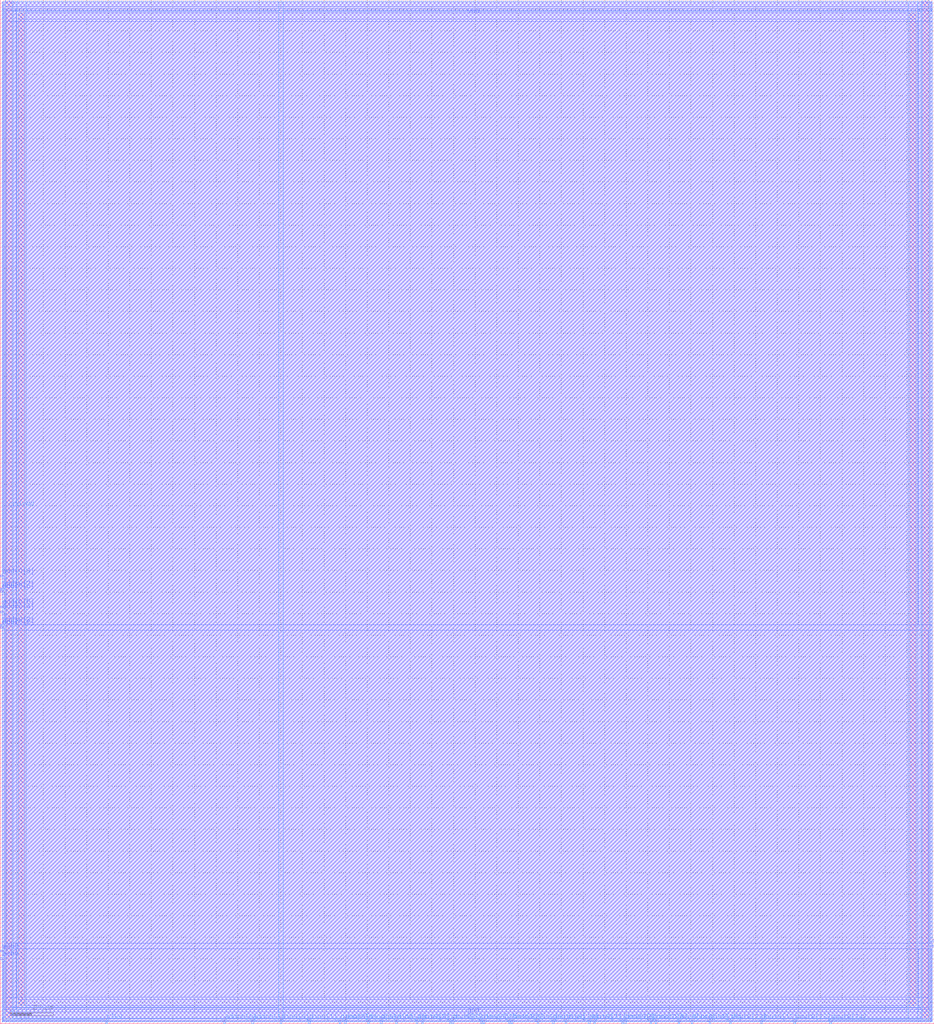
<source format=lef>
VERSION 5.4 ;
NAMESCASESENSITIVE ON ;
BUSBITCHARS "[]" ;
DIVIDERCHAR "/" ;
UNITS
  DATABASE MICRONS 2000 ;
END UNITS
MACRO conv2_rm_sram_16_288_sky130A
   CLASS BLOCK ;
   SIZE 432.71 BY 474.36 ;
   SYMMETRY X Y R90 ;
   PIN din0[0]
      DIRECTION INPUT ;
      PORT
         LAYER m4 ;
         RECT  129.71 0.0 130.45 1.93 ;
      END
   END din0[0]
   PIN din0[1]
      DIRECTION INPUT ;
      PORT
         LAYER m4 ;
         RECT  142.8 0.0 143.54 1.93 ;
      END
   END din0[1]
   PIN din0[2]
      DIRECTION INPUT ;
      PORT
         LAYER m4 ;
         RECT  157.08 0.0 157.82 1.93 ;
      END
   END din0[2]
   PIN din0[3]
      DIRECTION INPUT ;
      PORT
         LAYER m4 ;
         RECT  170.17 0.0 170.91 1.93 ;
      END
   END din0[3]
   PIN din0[4]
      DIRECTION INPUT ;
      PORT
         LAYER m4 ;
         RECT  183.26 0.0 184.0 1.93 ;
      END
   END din0[4]
   PIN din0[5]
      DIRECTION INPUT ;
      PORT
         LAYER m4 ;
         RECT  195.16 0.0 195.9 1.93 ;
      END
   END din0[5]
   PIN din0[6]
      DIRECTION INPUT ;
      PORT
         LAYER m4 ;
         RECT  209.44 0.0 210.18 1.93 ;
      END
   END din0[6]
   PIN din0[7]
      DIRECTION INPUT ;
      PORT
         LAYER m4 ;
         RECT  222.53 0.0 223.27 1.93 ;
      END
   END din0[7]
   PIN din0[8]
      DIRECTION INPUT ;
      PORT
         LAYER m4 ;
         RECT  235.62 0.0 236.36 1.93 ;
      END
   END din0[8]
   PIN din0[9]
      DIRECTION INPUT ;
      PORT
         LAYER m4 ;
         RECT  248.71 0.0 249.45 1.93 ;
      END
   END din0[9]
   PIN din0[10]
      DIRECTION INPUT ;
      PORT
         LAYER m4 ;
         RECT  261.8 0.0 262.54 1.93 ;
      END
   END din0[10]
   PIN din0[11]
      DIRECTION INPUT ;
      PORT
         LAYER m4 ;
         RECT  274.89 0.0 275.63 1.93 ;
      END
   END din0[11]
   PIN din0[12]
      DIRECTION INPUT ;
      PORT
         LAYER m4 ;
         RECT  287.98 0.0 288.72 1.93 ;
      END
   END din0[12]
   PIN din0[13]
      DIRECTION INPUT ;
      PORT
         LAYER m4 ;
         RECT  301.07 0.0 301.81 1.93 ;
      END
   END din0[13]
   PIN din0[14]
      DIRECTION INPUT ;
      PORT
         LAYER m4 ;
         RECT  314.16 0.0 314.9 1.93 ;
      END
   END din0[14]
   PIN din0[15]
      DIRECTION INPUT ;
      PORT
         LAYER m4 ;
         RECT  328.44 0.0 329.18 1.93 ;
      END
   END din0[15]
   PIN addr0[0]
      DIRECTION INPUT ;
      PORT
         LAYER m4 ;
         RECT  103.53 0.0 104.27 1.93 ;
      END
   END addr0[0]
   PIN addr0[1]
      DIRECTION INPUT ;
      PORT
         LAYER m4 ;
         RECT  116.62 0.0 117.36 1.93 ;
      END
   END addr0[1]
   PIN addr0[2]
      DIRECTION INPUT ;
      PORT
         LAYER m3 ;
         RECT  0.0 183.26 1.93 184.0 ;
      END
   END addr0[2]
   PIN addr0[3]
      DIRECTION INPUT ;
      PORT
         LAYER m3 ;
         RECT  0.0 184.45 1.93 185.19 ;
      END
   END addr0[3]
   PIN addr0[4]
      DIRECTION INPUT ;
      PORT
         LAYER m3 ;
         RECT  0.0 190.4 1.93 191.14 ;
      END
   END addr0[4]
   PIN addr0[5]
      DIRECTION INPUT ;
      PORT
         LAYER m3 ;
         RECT  0.0 192.78 1.93 193.52 ;
      END
   END addr0[5]
   PIN addr0[6]
      DIRECTION INPUT ;
      PORT
         LAYER m3 ;
         RECT  0.0 199.92 1.93 200.66 ;
      END
   END addr0[6]
   PIN addr0[7]
      DIRECTION INPUT ;
      PORT
         LAYER m3 ;
         RECT  0.0 201.11 1.93 201.85 ;
      END
   END addr0[7]
   PIN addr0[8]
      DIRECTION INPUT ;
      PORT
         LAYER m3 ;
         RECT  0.0 207.06 1.93 207.8 ;
      END
   END addr0[8]
   PIN csb0
      DIRECTION INPUT ;
      PORT
         LAYER m3 ;
         RECT  0.0 29.75 1.93 30.49 ;
      END
   END csb0
   PIN web0
      DIRECTION INPUT ;
      PORT
         LAYER m3 ;
         RECT  0.0 33.32 1.93 34.06 ;
      END
   END web0
   PIN clk0
      DIRECTION INPUT ;
      PORT
         LAYER m4 ;
         RECT  48.79 0.0 49.53 1.93 ;
      END
   END clk0
   PIN dout0[0]
      DIRECTION OUTPUT ;
      PORT
         LAYER m4 ;
         RECT  159.46 0.0 160.2 1.93 ;
      END
   END dout0[0]
   PIN dout0[1]
      DIRECTION OUTPUT ;
      PORT
         LAYER m4 ;
         RECT  176.12 0.0 176.86 1.93 ;
      END
   END dout0[1]
   PIN dout0[2]
      DIRECTION OUTPUT ;
      PORT
         LAYER m4 ;
         RECT  192.78 0.0 193.52 1.93 ;
      END
   END dout0[2]
   PIN dout0[3]
      DIRECTION OUTPUT ;
      PORT
         LAYER m4 ;
         RECT  208.25 0.0 208.99 1.93 ;
      END
   END dout0[3]
   PIN dout0[4]
      DIRECTION OUTPUT ;
      PORT
         LAYER m4 ;
         RECT  223.72 0.0 224.46 1.93 ;
      END
   END dout0[4]
   PIN dout0[5]
      DIRECTION OUTPUT ;
      PORT
         LAYER m4 ;
         RECT  236.81 0.0 237.55 1.93 ;
      END
   END dout0[5]
   PIN dout0[6]
      DIRECTION OUTPUT ;
      PORT
         LAYER m4 ;
         RECT  255.85 0.0 256.59 1.93 ;
      END
   END dout0[6]
   PIN dout0[7]
      DIRECTION OUTPUT ;
      PORT
         LAYER m4 ;
         RECT  272.51 0.0 273.25 1.93 ;
      END
   END dout0[7]
   PIN dout0[8]
      DIRECTION OUTPUT ;
      PORT
         LAYER m4 ;
         RECT  289.17 0.0 289.91 1.93 ;
      END
   END dout0[8]
   PIN dout0[9]
      DIRECTION OUTPUT ;
      PORT
         LAYER m4 ;
         RECT  303.45 0.0 304.19 1.93 ;
      END
   END dout0[9]
   PIN dout0[10]
      DIRECTION OUTPUT ;
      PORT
         LAYER m4 ;
         RECT  320.11 0.0 320.85 1.93 ;
      END
   END dout0[10]
   PIN dout0[11]
      DIRECTION OUTPUT ;
      PORT
         LAYER m4 ;
         RECT  337.96 0.0 338.7 1.93 ;
      END
   END dout0[11]
   PIN dout0[12]
      DIRECTION OUTPUT ;
      PORT
         LAYER m4 ;
         RECT  352.24 0.0 352.98 1.93 ;
      END
   END dout0[12]
   PIN dout0[13]
      DIRECTION OUTPUT ;
      PORT
         LAYER m4 ;
         RECT  367.71 0.0 368.45 1.93 ;
      END
   END dout0[13]
   PIN dout0[14]
      DIRECTION OUTPUT ;
      PORT
         LAYER m4 ;
         RECT  384.37 0.0 385.11 1.93 ;
      END
   END dout0[14]
   PIN dout0[15]
      DIRECTION OUTPUT ;
      PORT
         LAYER m3 ;
         RECT  430.78 35.7 432.71 36.44 ;
      END
   END dout0[15]
   PIN vdd
      DIRECTION INOUT ;
      USE POWER ; 
      SHAPE ABUTMENT ; 
      PORT
         LAYER m3 ;
         RECT  8.33 8.33 424.38 11.45 ;
         LAYER m4 ;
         RECT  421.26 8.33 424.38 468.41 ;
         LAYER m4 ;
         RECT  8.33 8.33 11.45 468.41 ;
         LAYER m3 ;
         RECT  8.33 465.29 424.38 468.41 ;
      END
   END vdd
   PIN gnd
      DIRECTION INOUT ;
      USE GROUND ; 
      SHAPE ABUTMENT ; 
      PORT
         LAYER m4 ;
         RECT  427.21 2.38 430.33 474.36 ;
         LAYER m3 ;
         RECT  2.38 471.24 430.33 474.36 ;
         LAYER m4 ;
         RECT  2.38 2.38 5.5 474.36 ;
         LAYER m3 ;
         RECT  2.38 2.38 430.33 5.5 ;
      END
   END gnd
   OBS
   LAYER  m1 ;
      RECT  0.91 0.91 431.8 473.45 ;
   LAYER  m2 ;
      RECT  0.91 0.91 431.8 473.45 ;
   LAYER  m3 ;
      RECT  2.83 182.36 431.8 184.9 ;
      RECT  0.91 186.09 2.83 189.5 ;
      RECT  0.91 194.42 2.83 199.02 ;
      RECT  0.91 202.75 2.83 206.16 ;
      RECT  0.91 31.39 2.83 32.42 ;
      RECT  0.91 34.96 2.83 182.36 ;
      RECT  2.83 34.8 429.88 37.34 ;
      RECT  2.83 37.34 429.88 182.36 ;
      RECT  429.88 37.34 431.8 182.36 ;
      RECT  2.83 7.43 7.43 12.35 ;
      RECT  2.83 12.35 7.43 34.8 ;
      RECT  7.43 12.35 425.28 34.8 ;
      RECT  425.28 7.43 429.88 12.35 ;
      RECT  425.28 12.35 429.88 34.8 ;
      RECT  2.83 184.9 7.43 464.39 ;
      RECT  2.83 464.39 7.43 469.31 ;
      RECT  7.43 184.9 425.28 464.39 ;
      RECT  425.28 184.9 431.8 464.39 ;
      RECT  425.28 464.39 431.8 469.31 ;
      RECT  0.91 208.7 1.48 470.34 ;
      RECT  0.91 470.34 1.48 473.45 ;
      RECT  1.48 208.7 2.83 470.34 ;
      RECT  2.83 469.31 7.43 470.34 ;
      RECT  7.43 469.31 425.28 470.34 ;
      RECT  425.28 469.31 431.23 470.34 ;
      RECT  431.23 469.31 431.8 470.34 ;
      RECT  431.23 470.34 431.8 473.45 ;
      RECT  0.91 0.91 1.48 1.48 ;
      RECT  0.91 1.48 1.48 6.4 ;
      RECT  0.91 6.4 1.48 28.85 ;
      RECT  1.48 0.91 2.83 1.48 ;
      RECT  1.48 6.4 2.83 28.85 ;
      RECT  429.88 0.91 431.23 1.48 ;
      RECT  429.88 6.4 431.23 34.8 ;
      RECT  431.23 0.91 431.8 1.48 ;
      RECT  431.23 1.48 431.8 6.4 ;
      RECT  431.23 6.4 431.8 34.8 ;
      RECT  2.83 0.91 7.43 1.48 ;
      RECT  2.83 6.4 7.43 7.43 ;
      RECT  7.43 0.91 425.28 1.48 ;
      RECT  7.43 6.4 425.28 7.43 ;
      RECT  425.28 0.91 429.88 1.48 ;
      RECT  425.28 6.4 429.88 7.43 ;
   LAYER  m4 ;
      RECT  129.11 2.53 131.05 473.45 ;
      RECT  131.05 0.91 142.2 2.53 ;
      RECT  144.14 0.91 156.48 2.53 ;
      RECT  210.78 0.91 221.93 2.53 ;
      RECT  276.23 0.91 287.38 2.53 ;
      RECT  104.87 0.91 116.02 2.53 ;
      RECT  117.96 0.91 129.11 2.53 ;
      RECT  50.13 0.91 102.93 2.53 ;
      RECT  158.42 0.91 158.86 2.53 ;
      RECT  160.8 0.91 169.57 2.53 ;
      RECT  171.51 0.91 175.52 2.53 ;
      RECT  177.46 0.91 182.66 2.53 ;
      RECT  184.6 0.91 192.18 2.53 ;
      RECT  194.12 0.91 194.56 2.53 ;
      RECT  196.5 0.91 207.65 2.53 ;
      RECT  225.06 0.91 235.02 2.53 ;
      RECT  238.15 0.91 248.11 2.53 ;
      RECT  250.05 0.91 255.25 2.53 ;
      RECT  257.19 0.91 261.2 2.53 ;
      RECT  263.14 0.91 271.91 2.53 ;
      RECT  273.85 0.91 274.29 2.53 ;
      RECT  290.51 0.91 300.47 2.53 ;
      RECT  302.41 0.91 302.85 2.53 ;
      RECT  304.79 0.91 313.56 2.53 ;
      RECT  315.5 0.91 319.51 2.53 ;
      RECT  321.45 0.91 327.84 2.53 ;
      RECT  329.78 0.91 337.36 2.53 ;
      RECT  339.3 0.91 351.64 2.53 ;
      RECT  353.58 0.91 367.11 2.53 ;
      RECT  369.05 0.91 383.77 2.53 ;
      RECT  131.05 2.53 420.66 7.73 ;
      RECT  131.05 7.73 420.66 469.01 ;
      RECT  131.05 469.01 420.66 473.45 ;
      RECT  420.66 2.53 424.98 7.73 ;
      RECT  420.66 469.01 424.98 473.45 ;
      RECT  7.73 2.53 12.05 7.73 ;
      RECT  7.73 469.01 12.05 473.45 ;
      RECT  12.05 2.53 129.11 7.73 ;
      RECT  12.05 7.73 129.11 469.01 ;
      RECT  12.05 469.01 129.11 473.45 ;
      RECT  385.71 0.91 426.61 1.78 ;
      RECT  385.71 1.78 426.61 2.53 ;
      RECT  426.61 0.91 430.93 1.78 ;
      RECT  430.93 0.91 431.8 1.78 ;
      RECT  430.93 1.78 431.8 2.53 ;
      RECT  424.98 2.53 426.61 7.73 ;
      RECT  430.93 2.53 431.8 7.73 ;
      RECT  424.98 7.73 426.61 469.01 ;
      RECT  430.93 7.73 431.8 469.01 ;
      RECT  424.98 469.01 426.61 473.45 ;
      RECT  430.93 469.01 431.8 473.45 ;
      RECT  0.91 0.91 1.78 1.78 ;
      RECT  0.91 1.78 1.78 2.53 ;
      RECT  1.78 0.91 6.1 1.78 ;
      RECT  6.1 0.91 48.19 1.78 ;
      RECT  6.1 1.78 48.19 2.53 ;
      RECT  0.91 2.53 1.78 7.73 ;
      RECT  6.1 2.53 7.73 7.73 ;
      RECT  0.91 7.73 1.78 469.01 ;
      RECT  6.1 7.73 7.73 469.01 ;
      RECT  0.91 469.01 1.78 473.45 ;
      RECT  6.1 469.01 7.73 473.45 ;
   END
END    conv2_rm_sram_16_288_sky130A
END    LIBRARY

</source>
